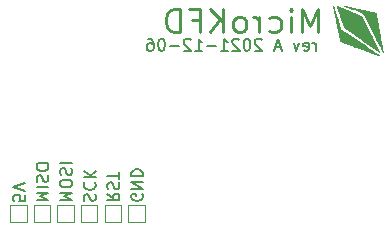
<source format=gbr>
%TF.GenerationSoftware,KiCad,Pcbnew,(5.1.9)-1*%
%TF.CreationDate,2021-12-06T20:25:47-06:00*%
%TF.ProjectId,microkfd,6d696372-6f6b-4666-942e-6b696361645f,A*%
%TF.SameCoordinates,Original*%
%TF.FileFunction,Legend,Bot*%
%TF.FilePolarity,Positive*%
%FSLAX46Y46*%
G04 Gerber Fmt 4.6, Leading zero omitted, Abs format (unit mm)*
G04 Created by KiCad (PCBNEW (5.1.9)-1) date 2021-12-06 20:25:47*
%MOMM*%
%LPD*%
G01*
G04 APERTURE LIST*
%ADD10C,0.150000*%
%ADD11C,0.250000*%
%ADD12C,0.200000*%
%ADD13C,0.010000*%
%ADD14C,0.120000*%
G04 APERTURE END LIST*
D10*
X134414404Y-96202380D02*
X134414404Y-95535714D01*
X134414404Y-95726190D02*
X134366785Y-95630952D01*
X134319166Y-95583333D01*
X134223928Y-95535714D01*
X134128690Y-95535714D01*
X133414404Y-96154761D02*
X133509642Y-96202380D01*
X133700119Y-96202380D01*
X133795357Y-96154761D01*
X133842976Y-96059523D01*
X133842976Y-95678571D01*
X133795357Y-95583333D01*
X133700119Y-95535714D01*
X133509642Y-95535714D01*
X133414404Y-95583333D01*
X133366785Y-95678571D01*
X133366785Y-95773809D01*
X133842976Y-95869047D01*
X133033452Y-95535714D02*
X132795357Y-96202380D01*
X132557261Y-95535714D01*
X131462023Y-95916666D02*
X130985833Y-95916666D01*
X131557261Y-96202380D02*
X131223928Y-95202380D01*
X130890595Y-96202380D01*
X129842976Y-95297619D02*
X129795357Y-95250000D01*
X129700119Y-95202380D01*
X129462023Y-95202380D01*
X129366785Y-95250000D01*
X129319166Y-95297619D01*
X129271547Y-95392857D01*
X129271547Y-95488095D01*
X129319166Y-95630952D01*
X129890595Y-96202380D01*
X129271547Y-96202380D01*
X128652500Y-95202380D02*
X128557261Y-95202380D01*
X128462023Y-95250000D01*
X128414404Y-95297619D01*
X128366785Y-95392857D01*
X128319166Y-95583333D01*
X128319166Y-95821428D01*
X128366785Y-96011904D01*
X128414404Y-96107142D01*
X128462023Y-96154761D01*
X128557261Y-96202380D01*
X128652500Y-96202380D01*
X128747738Y-96154761D01*
X128795357Y-96107142D01*
X128842976Y-96011904D01*
X128890595Y-95821428D01*
X128890595Y-95583333D01*
X128842976Y-95392857D01*
X128795357Y-95297619D01*
X128747738Y-95250000D01*
X128652500Y-95202380D01*
X127938214Y-95297619D02*
X127890595Y-95250000D01*
X127795357Y-95202380D01*
X127557261Y-95202380D01*
X127462023Y-95250000D01*
X127414404Y-95297619D01*
X127366785Y-95392857D01*
X127366785Y-95488095D01*
X127414404Y-95630952D01*
X127985833Y-96202380D01*
X127366785Y-96202380D01*
X126414404Y-96202380D02*
X126985833Y-96202380D01*
X126700119Y-96202380D02*
X126700119Y-95202380D01*
X126795357Y-95345238D01*
X126890595Y-95440476D01*
X126985833Y-95488095D01*
X125985833Y-95821428D02*
X125223928Y-95821428D01*
X124223928Y-96202380D02*
X124795357Y-96202380D01*
X124509642Y-96202380D02*
X124509642Y-95202380D01*
X124604880Y-95345238D01*
X124700119Y-95440476D01*
X124795357Y-95488095D01*
X123842976Y-95297619D02*
X123795357Y-95250000D01*
X123700119Y-95202380D01*
X123462023Y-95202380D01*
X123366785Y-95250000D01*
X123319166Y-95297619D01*
X123271547Y-95392857D01*
X123271547Y-95488095D01*
X123319166Y-95630952D01*
X123890595Y-96202380D01*
X123271547Y-96202380D01*
X122842976Y-95821428D02*
X122081071Y-95821428D01*
X121414404Y-95202380D02*
X121319166Y-95202380D01*
X121223928Y-95250000D01*
X121176309Y-95297619D01*
X121128690Y-95392857D01*
X121081071Y-95583333D01*
X121081071Y-95821428D01*
X121128690Y-96011904D01*
X121176309Y-96107142D01*
X121223928Y-96154761D01*
X121319166Y-96202380D01*
X121414404Y-96202380D01*
X121509642Y-96154761D01*
X121557261Y-96107142D01*
X121604880Y-96011904D01*
X121652500Y-95821428D01*
X121652500Y-95583333D01*
X121604880Y-95392857D01*
X121557261Y-95297619D01*
X121509642Y-95250000D01*
X121414404Y-95202380D01*
X120223928Y-95202380D02*
X120414404Y-95202380D01*
X120509642Y-95250000D01*
X120557261Y-95297619D01*
X120652500Y-95440476D01*
X120700119Y-95630952D01*
X120700119Y-96011904D01*
X120652500Y-96107142D01*
X120604880Y-96154761D01*
X120509642Y-96202380D01*
X120319166Y-96202380D01*
X120223928Y-96154761D01*
X120176309Y-96107142D01*
X120128690Y-96011904D01*
X120128690Y-95773809D01*
X120176309Y-95678571D01*
X120223928Y-95630952D01*
X120319166Y-95583333D01*
X120509642Y-95583333D01*
X120604880Y-95630952D01*
X120652500Y-95678571D01*
X120700119Y-95773809D01*
D11*
X134611309Y-94654761D02*
X134611309Y-92654761D01*
X133944642Y-94083333D01*
X133277976Y-92654761D01*
X133277976Y-94654761D01*
X132325595Y-94654761D02*
X132325595Y-93321428D01*
X132325595Y-92654761D02*
X132420833Y-92750000D01*
X132325595Y-92845238D01*
X132230357Y-92750000D01*
X132325595Y-92654761D01*
X132325595Y-92845238D01*
X130516071Y-94559523D02*
X130706547Y-94654761D01*
X131087500Y-94654761D01*
X131277976Y-94559523D01*
X131373214Y-94464285D01*
X131468452Y-94273809D01*
X131468452Y-93702380D01*
X131373214Y-93511904D01*
X131277976Y-93416666D01*
X131087500Y-93321428D01*
X130706547Y-93321428D01*
X130516071Y-93416666D01*
X129658928Y-94654761D02*
X129658928Y-93321428D01*
X129658928Y-93702380D02*
X129563690Y-93511904D01*
X129468452Y-93416666D01*
X129277976Y-93321428D01*
X129087500Y-93321428D01*
X128135119Y-94654761D02*
X128325595Y-94559523D01*
X128420833Y-94464285D01*
X128516071Y-94273809D01*
X128516071Y-93702380D01*
X128420833Y-93511904D01*
X128325595Y-93416666D01*
X128135119Y-93321428D01*
X127849404Y-93321428D01*
X127658928Y-93416666D01*
X127563690Y-93511904D01*
X127468452Y-93702380D01*
X127468452Y-94273809D01*
X127563690Y-94464285D01*
X127658928Y-94559523D01*
X127849404Y-94654761D01*
X128135119Y-94654761D01*
X126611309Y-94654761D02*
X126611309Y-92654761D01*
X125468452Y-94654761D02*
X126325595Y-93511904D01*
X125468452Y-92654761D02*
X126611309Y-93797619D01*
X123944642Y-93607142D02*
X124611309Y-93607142D01*
X124611309Y-94654761D02*
X124611309Y-92654761D01*
X123658928Y-92654761D01*
X122897023Y-94654761D02*
X122897023Y-92654761D01*
X122420833Y-92654761D01*
X122135119Y-92750000D01*
X121944642Y-92940476D01*
X121849404Y-93130952D01*
X121754166Y-93511904D01*
X121754166Y-93797619D01*
X121849404Y-94178571D01*
X121944642Y-94369047D01*
X122135119Y-94559523D01*
X122420833Y-94654761D01*
X122897023Y-94654761D01*
D12*
X119750000Y-108358095D02*
X119797619Y-108453333D01*
X119797619Y-108596190D01*
X119750000Y-108739047D01*
X119654761Y-108834285D01*
X119559523Y-108881904D01*
X119369047Y-108929523D01*
X119226190Y-108929523D01*
X119035714Y-108881904D01*
X118940476Y-108834285D01*
X118845238Y-108739047D01*
X118797619Y-108596190D01*
X118797619Y-108500952D01*
X118845238Y-108358095D01*
X118892857Y-108310476D01*
X119226190Y-108310476D01*
X119226190Y-108500952D01*
X118797619Y-107881904D02*
X119797619Y-107881904D01*
X118797619Y-107310476D01*
X119797619Y-107310476D01*
X118797619Y-106834285D02*
X119797619Y-106834285D01*
X119797619Y-106596190D01*
X119750000Y-106453333D01*
X119654761Y-106358095D01*
X119559523Y-106310476D01*
X119369047Y-106262857D01*
X119226190Y-106262857D01*
X119035714Y-106310476D01*
X118940476Y-106358095D01*
X118845238Y-106453333D01*
X118797619Y-106596190D01*
X118797619Y-106834285D01*
X116797619Y-108310476D02*
X117273809Y-108643809D01*
X116797619Y-108881904D02*
X117797619Y-108881904D01*
X117797619Y-108500952D01*
X117750000Y-108405714D01*
X117702380Y-108358095D01*
X117607142Y-108310476D01*
X117464285Y-108310476D01*
X117369047Y-108358095D01*
X117321428Y-108405714D01*
X117273809Y-108500952D01*
X117273809Y-108881904D01*
X116845238Y-107929523D02*
X116797619Y-107786666D01*
X116797619Y-107548571D01*
X116845238Y-107453333D01*
X116892857Y-107405714D01*
X116988095Y-107358095D01*
X117083333Y-107358095D01*
X117178571Y-107405714D01*
X117226190Y-107453333D01*
X117273809Y-107548571D01*
X117321428Y-107739047D01*
X117369047Y-107834285D01*
X117416666Y-107881904D01*
X117511904Y-107929523D01*
X117607142Y-107929523D01*
X117702380Y-107881904D01*
X117750000Y-107834285D01*
X117797619Y-107739047D01*
X117797619Y-107500952D01*
X117750000Y-107358095D01*
X117797619Y-107072380D02*
X117797619Y-106500952D01*
X116797619Y-106786666D02*
X117797619Y-106786666D01*
X114845238Y-108929523D02*
X114797619Y-108786666D01*
X114797619Y-108548571D01*
X114845238Y-108453333D01*
X114892857Y-108405714D01*
X114988095Y-108358095D01*
X115083333Y-108358095D01*
X115178571Y-108405714D01*
X115226190Y-108453333D01*
X115273809Y-108548571D01*
X115321428Y-108739047D01*
X115369047Y-108834285D01*
X115416666Y-108881904D01*
X115511904Y-108929523D01*
X115607142Y-108929523D01*
X115702380Y-108881904D01*
X115750000Y-108834285D01*
X115797619Y-108739047D01*
X115797619Y-108500952D01*
X115750000Y-108358095D01*
X114892857Y-107358095D02*
X114845238Y-107405714D01*
X114797619Y-107548571D01*
X114797619Y-107643809D01*
X114845238Y-107786666D01*
X114940476Y-107881904D01*
X115035714Y-107929523D01*
X115226190Y-107977142D01*
X115369047Y-107977142D01*
X115559523Y-107929523D01*
X115654761Y-107881904D01*
X115750000Y-107786666D01*
X115797619Y-107643809D01*
X115797619Y-107548571D01*
X115750000Y-107405714D01*
X115702380Y-107358095D01*
X114797619Y-106929523D02*
X115797619Y-106929523D01*
X114797619Y-106358095D02*
X115369047Y-106786666D01*
X115797619Y-106358095D02*
X115226190Y-106929523D01*
X112797619Y-108881904D02*
X113797619Y-108881904D01*
X113083333Y-108548571D01*
X113797619Y-108215238D01*
X112797619Y-108215238D01*
X113797619Y-107548571D02*
X113797619Y-107358095D01*
X113750000Y-107262857D01*
X113654761Y-107167619D01*
X113464285Y-107120000D01*
X113130952Y-107120000D01*
X112940476Y-107167619D01*
X112845238Y-107262857D01*
X112797619Y-107358095D01*
X112797619Y-107548571D01*
X112845238Y-107643809D01*
X112940476Y-107739047D01*
X113130952Y-107786666D01*
X113464285Y-107786666D01*
X113654761Y-107739047D01*
X113750000Y-107643809D01*
X113797619Y-107548571D01*
X112845238Y-106739047D02*
X112797619Y-106596190D01*
X112797619Y-106358095D01*
X112845238Y-106262857D01*
X112892857Y-106215238D01*
X112988095Y-106167619D01*
X113083333Y-106167619D01*
X113178571Y-106215238D01*
X113226190Y-106262857D01*
X113273809Y-106358095D01*
X113321428Y-106548571D01*
X113369047Y-106643809D01*
X113416666Y-106691428D01*
X113511904Y-106739047D01*
X113607142Y-106739047D01*
X113702380Y-106691428D01*
X113750000Y-106643809D01*
X113797619Y-106548571D01*
X113797619Y-106310476D01*
X113750000Y-106167619D01*
X112797619Y-105739047D02*
X113797619Y-105739047D01*
X110797619Y-108881904D02*
X111797619Y-108881904D01*
X111083333Y-108548571D01*
X111797619Y-108215238D01*
X110797619Y-108215238D01*
X110797619Y-107739047D02*
X111797619Y-107739047D01*
X110845238Y-107310476D02*
X110797619Y-107167619D01*
X110797619Y-106929523D01*
X110845238Y-106834285D01*
X110892857Y-106786666D01*
X110988095Y-106739047D01*
X111083333Y-106739047D01*
X111178571Y-106786666D01*
X111226190Y-106834285D01*
X111273809Y-106929523D01*
X111321428Y-107120000D01*
X111369047Y-107215238D01*
X111416666Y-107262857D01*
X111511904Y-107310476D01*
X111607142Y-107310476D01*
X111702380Y-107262857D01*
X111750000Y-107215238D01*
X111797619Y-107120000D01*
X111797619Y-106881904D01*
X111750000Y-106739047D01*
X111797619Y-106120000D02*
X111797619Y-105929523D01*
X111750000Y-105834285D01*
X111654761Y-105739047D01*
X111464285Y-105691428D01*
X111130952Y-105691428D01*
X110940476Y-105739047D01*
X110845238Y-105834285D01*
X110797619Y-105929523D01*
X110797619Y-106120000D01*
X110845238Y-106215238D01*
X110940476Y-106310476D01*
X111130952Y-106358095D01*
X111464285Y-106358095D01*
X111654761Y-106310476D01*
X111750000Y-106215238D01*
X111797619Y-106120000D01*
X109797619Y-108440476D02*
X109797619Y-108916666D01*
X109321428Y-108964285D01*
X109369047Y-108916666D01*
X109416666Y-108821428D01*
X109416666Y-108583333D01*
X109369047Y-108488095D01*
X109321428Y-108440476D01*
X109226190Y-108392857D01*
X108988095Y-108392857D01*
X108892857Y-108440476D01*
X108845238Y-108488095D01*
X108797619Y-108583333D01*
X108797619Y-108821428D01*
X108845238Y-108916666D01*
X108892857Y-108964285D01*
X109797619Y-108107142D02*
X108797619Y-107773809D01*
X109797619Y-107440476D01*
D13*
%TO.C,G\u002A\u002A\u002A*%
G36*
X139788764Y-96591516D02*
G01*
X139787361Y-96590047D01*
X139779450Y-96584552D01*
X139758570Y-96570219D01*
X139725313Y-96547452D01*
X139680269Y-96516653D01*
X139624028Y-96478225D01*
X139557181Y-96432572D01*
X139480318Y-96380096D01*
X139394031Y-96321200D01*
X139298909Y-96256287D01*
X139195544Y-96185761D01*
X139084525Y-96110024D01*
X138966444Y-96029479D01*
X138841890Y-95944529D01*
X138711455Y-95855578D01*
X138575730Y-95763028D01*
X138435304Y-95667281D01*
X138290768Y-95568742D01*
X138142713Y-95467813D01*
X138137232Y-95464077D01*
X136500549Y-94348405D01*
X136204705Y-93388431D01*
X136167351Y-93267299D01*
X136131353Y-93150719D01*
X136097004Y-93039628D01*
X136064595Y-92934965D01*
X136034420Y-92837667D01*
X136006769Y-92748672D01*
X135981935Y-92668919D01*
X135960210Y-92599346D01*
X135941885Y-92540890D01*
X135927254Y-92494490D01*
X135916607Y-92461083D01*
X135910238Y-92441608D01*
X135908403Y-92436725D01*
X135909925Y-92445680D01*
X135914482Y-92469712D01*
X135921879Y-92507851D01*
X135931924Y-92559127D01*
X135944421Y-92622570D01*
X135959176Y-92697209D01*
X135975995Y-92782075D01*
X135994684Y-92876197D01*
X136015048Y-92978605D01*
X136036894Y-93088329D01*
X136060027Y-93204398D01*
X136084253Y-93325843D01*
X136109378Y-93451693D01*
X136135207Y-93580979D01*
X136161547Y-93712729D01*
X136188202Y-93845975D01*
X136214980Y-93979744D01*
X136241685Y-94113069D01*
X136268124Y-94244978D01*
X136294101Y-94374500D01*
X136319424Y-94500667D01*
X136343898Y-94622508D01*
X136367328Y-94739052D01*
X136389521Y-94849330D01*
X136410282Y-94952371D01*
X136429417Y-95047205D01*
X136446732Y-95132862D01*
X136462032Y-95208371D01*
X136475123Y-95272764D01*
X136485812Y-95325069D01*
X136493904Y-95364316D01*
X136499204Y-95389535D01*
X136501519Y-95399756D01*
X136501589Y-95399932D01*
X136509405Y-95402932D01*
X136531773Y-95411221D01*
X136567824Y-95424482D01*
X136616687Y-95442398D01*
X136677494Y-95464654D01*
X136749375Y-95490933D01*
X136831462Y-95520917D01*
X136922883Y-95554292D01*
X137022771Y-95590739D01*
X137130256Y-95629943D01*
X137244468Y-95671586D01*
X137364538Y-95715354D01*
X137489597Y-95760928D01*
X137618775Y-95807993D01*
X137751203Y-95856232D01*
X137886012Y-95905329D01*
X138022331Y-95954966D01*
X138159293Y-96004828D01*
X138296027Y-96054598D01*
X138431663Y-96103959D01*
X138565334Y-96152595D01*
X138696168Y-96200189D01*
X138823298Y-96246426D01*
X138945853Y-96290987D01*
X139062964Y-96333558D01*
X139173762Y-96373821D01*
X139277377Y-96411459D01*
X139372941Y-96446157D01*
X139459582Y-96477598D01*
X139536433Y-96505465D01*
X139602624Y-96529442D01*
X139657286Y-96549212D01*
X139699548Y-96564458D01*
X139728542Y-96574865D01*
X139739276Y-96578678D01*
X139765771Y-96587396D01*
X139783150Y-96591884D01*
X139788764Y-96591516D01*
G37*
X139788764Y-96591516D02*
X139787361Y-96590047D01*
X139779450Y-96584552D01*
X139758570Y-96570219D01*
X139725313Y-96547452D01*
X139680269Y-96516653D01*
X139624028Y-96478225D01*
X139557181Y-96432572D01*
X139480318Y-96380096D01*
X139394031Y-96321200D01*
X139298909Y-96256287D01*
X139195544Y-96185761D01*
X139084525Y-96110024D01*
X138966444Y-96029479D01*
X138841890Y-95944529D01*
X138711455Y-95855578D01*
X138575730Y-95763028D01*
X138435304Y-95667281D01*
X138290768Y-95568742D01*
X138142713Y-95467813D01*
X138137232Y-95464077D01*
X136500549Y-94348405D01*
X136204705Y-93388431D01*
X136167351Y-93267299D01*
X136131353Y-93150719D01*
X136097004Y-93039628D01*
X136064595Y-92934965D01*
X136034420Y-92837667D01*
X136006769Y-92748672D01*
X135981935Y-92668919D01*
X135960210Y-92599346D01*
X135941885Y-92540890D01*
X135927254Y-92494490D01*
X135916607Y-92461083D01*
X135910238Y-92441608D01*
X135908403Y-92436725D01*
X135909925Y-92445680D01*
X135914482Y-92469712D01*
X135921879Y-92507851D01*
X135931924Y-92559127D01*
X135944421Y-92622570D01*
X135959176Y-92697209D01*
X135975995Y-92782075D01*
X135994684Y-92876197D01*
X136015048Y-92978605D01*
X136036894Y-93088329D01*
X136060027Y-93204398D01*
X136084253Y-93325843D01*
X136109378Y-93451693D01*
X136135207Y-93580979D01*
X136161547Y-93712729D01*
X136188202Y-93845975D01*
X136214980Y-93979744D01*
X136241685Y-94113069D01*
X136268124Y-94244978D01*
X136294101Y-94374500D01*
X136319424Y-94500667D01*
X136343898Y-94622508D01*
X136367328Y-94739052D01*
X136389521Y-94849330D01*
X136410282Y-94952371D01*
X136429417Y-95047205D01*
X136446732Y-95132862D01*
X136462032Y-95208371D01*
X136475123Y-95272764D01*
X136485812Y-95325069D01*
X136493904Y-95364316D01*
X136499204Y-95389535D01*
X136501519Y-95399756D01*
X136501589Y-95399932D01*
X136509405Y-95402932D01*
X136531773Y-95411221D01*
X136567824Y-95424482D01*
X136616687Y-95442398D01*
X136677494Y-95464654D01*
X136749375Y-95490933D01*
X136831462Y-95520917D01*
X136922883Y-95554292D01*
X137022771Y-95590739D01*
X137130256Y-95629943D01*
X137244468Y-95671586D01*
X137364538Y-95715354D01*
X137489597Y-95760928D01*
X137618775Y-95807993D01*
X137751203Y-95856232D01*
X137886012Y-95905329D01*
X138022331Y-95954966D01*
X138159293Y-96004828D01*
X138296027Y-96054598D01*
X138431663Y-96103959D01*
X138565334Y-96152595D01*
X138696168Y-96200189D01*
X138823298Y-96246426D01*
X138945853Y-96290987D01*
X139062964Y-96333558D01*
X139173762Y-96373821D01*
X139277377Y-96411459D01*
X139372941Y-96446157D01*
X139459582Y-96477598D01*
X139536433Y-96505465D01*
X139602624Y-96529442D01*
X139657286Y-96549212D01*
X139699548Y-96564458D01*
X139728542Y-96574865D01*
X139739276Y-96578678D01*
X139765771Y-96587396D01*
X139783150Y-96591884D01*
X139788764Y-96591516D01*
G36*
X140096703Y-96285425D02*
G01*
X140092746Y-96262011D01*
X140086167Y-96224305D01*
X140077136Y-96173233D01*
X140065820Y-96109716D01*
X140052387Y-96034681D01*
X140037006Y-95949050D01*
X140019846Y-95853747D01*
X140001073Y-95749698D01*
X139980858Y-95637825D01*
X139959366Y-95519053D01*
X139936768Y-95394305D01*
X139913231Y-95264506D01*
X139888924Y-95130581D01*
X139864014Y-94993452D01*
X139838670Y-94854043D01*
X139813061Y-94713280D01*
X139787353Y-94572086D01*
X139761716Y-94431384D01*
X139736319Y-94292100D01*
X139711328Y-94155156D01*
X139686912Y-94021478D01*
X139663240Y-93891988D01*
X139640480Y-93767612D01*
X139618800Y-93649272D01*
X139598368Y-93537894D01*
X139579353Y-93434401D01*
X139561922Y-93339717D01*
X139546244Y-93254766D01*
X139532487Y-93180473D01*
X139520820Y-93117760D01*
X139511411Y-93067553D01*
X139504427Y-93030775D01*
X139500037Y-93008351D01*
X139498432Y-93001189D01*
X139490109Y-92998993D01*
X139466602Y-92993435D01*
X139428748Y-92984703D01*
X139377384Y-92972985D01*
X139313345Y-92958470D01*
X139237469Y-92941343D01*
X139150591Y-92921794D01*
X139053548Y-92900010D01*
X138947177Y-92876179D01*
X138832313Y-92850488D01*
X138709793Y-92823126D01*
X138580455Y-92794280D01*
X138445133Y-92764137D01*
X138304664Y-92732886D01*
X138166721Y-92702233D01*
X138021912Y-92670072D01*
X137881321Y-92638846D01*
X137745794Y-92608744D01*
X137616177Y-92579953D01*
X137493318Y-92552663D01*
X137378062Y-92527060D01*
X137271257Y-92503334D01*
X137173749Y-92481671D01*
X137086385Y-92462261D01*
X137010011Y-92445291D01*
X136945474Y-92430949D01*
X136893620Y-92419424D01*
X136855296Y-92410903D01*
X136831349Y-92405575D01*
X136822707Y-92403646D01*
X136817961Y-92403860D01*
X136826818Y-92409081D01*
X136830911Y-92410979D01*
X136841899Y-92415263D01*
X136867254Y-92424753D01*
X136905918Y-92439061D01*
X136956832Y-92457801D01*
X137018937Y-92480585D01*
X137091175Y-92507025D01*
X137172487Y-92536736D01*
X137261814Y-92569328D01*
X137358099Y-92604417D01*
X137460282Y-92641613D01*
X137567305Y-92680530D01*
X137651778Y-92711220D01*
X138448033Y-93000393D01*
X139271856Y-94648104D01*
X139349064Y-94802498D01*
X139424333Y-94952957D01*
X139497333Y-95098825D01*
X139567737Y-95239450D01*
X139635215Y-95374175D01*
X139699440Y-95502347D01*
X139760082Y-95623310D01*
X139816813Y-95736411D01*
X139869304Y-95840994D01*
X139917227Y-95936405D01*
X139960252Y-96021989D01*
X139998053Y-96097092D01*
X140030299Y-96161058D01*
X140056662Y-96213234D01*
X140076813Y-96252965D01*
X140090425Y-96279596D01*
X140097168Y-96292472D01*
X140097871Y-96293623D01*
X140096703Y-96285425D01*
G37*
X140096703Y-96285425D02*
X140092746Y-96262011D01*
X140086167Y-96224305D01*
X140077136Y-96173233D01*
X140065820Y-96109716D01*
X140052387Y-96034681D01*
X140037006Y-95949050D01*
X140019846Y-95853747D01*
X140001073Y-95749698D01*
X139980858Y-95637825D01*
X139959366Y-95519053D01*
X139936768Y-95394305D01*
X139913231Y-95264506D01*
X139888924Y-95130581D01*
X139864014Y-94993452D01*
X139838670Y-94854043D01*
X139813061Y-94713280D01*
X139787353Y-94572086D01*
X139761716Y-94431384D01*
X139736319Y-94292100D01*
X139711328Y-94155156D01*
X139686912Y-94021478D01*
X139663240Y-93891988D01*
X139640480Y-93767612D01*
X139618800Y-93649272D01*
X139598368Y-93537894D01*
X139579353Y-93434401D01*
X139561922Y-93339717D01*
X139546244Y-93254766D01*
X139532487Y-93180473D01*
X139520820Y-93117760D01*
X139511411Y-93067553D01*
X139504427Y-93030775D01*
X139500037Y-93008351D01*
X139498432Y-93001189D01*
X139490109Y-92998993D01*
X139466602Y-92993435D01*
X139428748Y-92984703D01*
X139377384Y-92972985D01*
X139313345Y-92958470D01*
X139237469Y-92941343D01*
X139150591Y-92921794D01*
X139053548Y-92900010D01*
X138947177Y-92876179D01*
X138832313Y-92850488D01*
X138709793Y-92823126D01*
X138580455Y-92794280D01*
X138445133Y-92764137D01*
X138304664Y-92732886D01*
X138166721Y-92702233D01*
X138021912Y-92670072D01*
X137881321Y-92638846D01*
X137745794Y-92608744D01*
X137616177Y-92579953D01*
X137493318Y-92552663D01*
X137378062Y-92527060D01*
X137271257Y-92503334D01*
X137173749Y-92481671D01*
X137086385Y-92462261D01*
X137010011Y-92445291D01*
X136945474Y-92430949D01*
X136893620Y-92419424D01*
X136855296Y-92410903D01*
X136831349Y-92405575D01*
X136822707Y-92403646D01*
X136817961Y-92403860D01*
X136826818Y-92409081D01*
X136830911Y-92410979D01*
X136841899Y-92415263D01*
X136867254Y-92424753D01*
X136905918Y-92439061D01*
X136956832Y-92457801D01*
X137018937Y-92480585D01*
X137091175Y-92507025D01*
X137172487Y-92536736D01*
X137261814Y-92569328D01*
X137358099Y-92604417D01*
X137460282Y-92641613D01*
X137567305Y-92680530D01*
X137651778Y-92711220D01*
X138448033Y-93000393D01*
X139271856Y-94648104D01*
X139349064Y-94802498D01*
X139424333Y-94952957D01*
X139497333Y-95098825D01*
X139567737Y-95239450D01*
X139635215Y-95374175D01*
X139699440Y-95502347D01*
X139760082Y-95623310D01*
X139816813Y-95736411D01*
X139869304Y-95840994D01*
X139917227Y-95936405D01*
X139960252Y-96021989D01*
X139998053Y-96097092D01*
X140030299Y-96161058D01*
X140056662Y-96213234D01*
X140076813Y-96252965D01*
X140090425Y-96279596D01*
X140097168Y-96292472D01*
X140097871Y-96293623D01*
X140096703Y-96285425D01*
G36*
X139791273Y-96285830D02*
G01*
X139780945Y-96264328D01*
X139763950Y-96229538D01*
X139740629Y-96182147D01*
X139711327Y-96122846D01*
X139676385Y-96052324D01*
X139636148Y-95971270D01*
X139590957Y-95880373D01*
X139541157Y-95780323D01*
X139487090Y-95671809D01*
X139429099Y-95555520D01*
X139367527Y-95432146D01*
X139302718Y-95302376D01*
X139235014Y-95166899D01*
X139164758Y-95026405D01*
X139092293Y-94881584D01*
X139048547Y-94794197D01*
X138299451Y-93298094D01*
X137253424Y-92849177D01*
X137129093Y-92795823D01*
X137008945Y-92744273D01*
X136893837Y-92694893D01*
X136784628Y-92648053D01*
X136682179Y-92604120D01*
X136587347Y-92563464D01*
X136500992Y-92526451D01*
X136423974Y-92493450D01*
X136357150Y-92464829D01*
X136301381Y-92440957D01*
X136257525Y-92422202D01*
X136226441Y-92408931D01*
X136208989Y-92401514D01*
X136205346Y-92400001D01*
X136203295Y-92405777D01*
X136203294Y-92405923D01*
X136205837Y-92414362D01*
X136213246Y-92437384D01*
X136225199Y-92474010D01*
X136241371Y-92523258D01*
X136261437Y-92584147D01*
X136285073Y-92655696D01*
X136311954Y-92736924D01*
X136341755Y-92826850D01*
X136374153Y-92924493D01*
X136408823Y-93028872D01*
X136445439Y-93139006D01*
X136483679Y-93253915D01*
X136501132Y-93306327D01*
X136798970Y-94200549D01*
X138295253Y-95248478D01*
X138436078Y-95347082D01*
X138573339Y-95443147D01*
X138706433Y-95536249D01*
X138834754Y-95625969D01*
X138957699Y-95711886D01*
X139074663Y-95793577D01*
X139185043Y-95870623D01*
X139288233Y-95942602D01*
X139383629Y-96009093D01*
X139470629Y-96069674D01*
X139548626Y-96123926D01*
X139617017Y-96171426D01*
X139675198Y-96211753D01*
X139722564Y-96244488D01*
X139758511Y-96269207D01*
X139782436Y-96285491D01*
X139793733Y-96292919D01*
X139794589Y-96293352D01*
X139791273Y-96285830D01*
G37*
X139791273Y-96285830D02*
X139780945Y-96264328D01*
X139763950Y-96229538D01*
X139740629Y-96182147D01*
X139711327Y-96122846D01*
X139676385Y-96052324D01*
X139636148Y-95971270D01*
X139590957Y-95880373D01*
X139541157Y-95780323D01*
X139487090Y-95671809D01*
X139429099Y-95555520D01*
X139367527Y-95432146D01*
X139302718Y-95302376D01*
X139235014Y-95166899D01*
X139164758Y-95026405D01*
X139092293Y-94881584D01*
X139048547Y-94794197D01*
X138299451Y-93298094D01*
X137253424Y-92849177D01*
X137129093Y-92795823D01*
X137008945Y-92744273D01*
X136893837Y-92694893D01*
X136784628Y-92648053D01*
X136682179Y-92604120D01*
X136587347Y-92563464D01*
X136500992Y-92526451D01*
X136423974Y-92493450D01*
X136357150Y-92464829D01*
X136301381Y-92440957D01*
X136257525Y-92422202D01*
X136226441Y-92408931D01*
X136208989Y-92401514D01*
X136205346Y-92400001D01*
X136203295Y-92405777D01*
X136203294Y-92405923D01*
X136205837Y-92414362D01*
X136213246Y-92437384D01*
X136225199Y-92474010D01*
X136241371Y-92523258D01*
X136261437Y-92584147D01*
X136285073Y-92655696D01*
X136311954Y-92736924D01*
X136341755Y-92826850D01*
X136374153Y-92924493D01*
X136408823Y-93028872D01*
X136445439Y-93139006D01*
X136483679Y-93253915D01*
X136501132Y-93306327D01*
X136798970Y-94200549D01*
X138295253Y-95248478D01*
X138436078Y-95347082D01*
X138573339Y-95443147D01*
X138706433Y-95536249D01*
X138834754Y-95625969D01*
X138957699Y-95711886D01*
X139074663Y-95793577D01*
X139185043Y-95870623D01*
X139288233Y-95942602D01*
X139383629Y-96009093D01*
X139470629Y-96069674D01*
X139548626Y-96123926D01*
X139617017Y-96171426D01*
X139675198Y-96211753D01*
X139722564Y-96244488D01*
X139758511Y-96269207D01*
X139782436Y-96285491D01*
X139793733Y-96292919D01*
X139794589Y-96293352D01*
X139791273Y-96285830D01*
D14*
%TO.C,TP1*%
X112550000Y-109300000D02*
X112550000Y-110700000D01*
X113950000Y-109300000D02*
X112550000Y-109300000D01*
X113950000Y-110700000D02*
X113950000Y-109300000D01*
X112550000Y-110700000D02*
X113950000Y-110700000D01*
%TO.C,TP2*%
X114550000Y-110700000D02*
X115950000Y-110700000D01*
X115950000Y-110700000D02*
X115950000Y-109300000D01*
X115950000Y-109300000D02*
X114550000Y-109300000D01*
X114550000Y-109300000D02*
X114550000Y-110700000D01*
%TO.C,TP3*%
X110550000Y-110700000D02*
X111950000Y-110700000D01*
X111950000Y-110700000D02*
X111950000Y-109300000D01*
X111950000Y-109300000D02*
X110550000Y-109300000D01*
X110550000Y-109300000D02*
X110550000Y-110700000D01*
%TO.C,TP4*%
X116550000Y-109300000D02*
X116550000Y-110700000D01*
X117950000Y-109300000D02*
X116550000Y-109300000D01*
X117950000Y-110700000D02*
X117950000Y-109300000D01*
X116550000Y-110700000D02*
X117950000Y-110700000D01*
%TO.C,TP5*%
X108550000Y-110700000D02*
X109950000Y-110700000D01*
X109950000Y-110700000D02*
X109950000Y-109300000D01*
X109950000Y-109300000D02*
X108550000Y-109300000D01*
X108550000Y-109300000D02*
X108550000Y-110700000D01*
%TO.C,TP6*%
X118550000Y-109300000D02*
X118550000Y-110700000D01*
X119950000Y-109300000D02*
X118550000Y-109300000D01*
X119950000Y-110700000D02*
X119950000Y-109300000D01*
X118550000Y-110700000D02*
X119950000Y-110700000D01*
%TD*%
M02*

</source>
